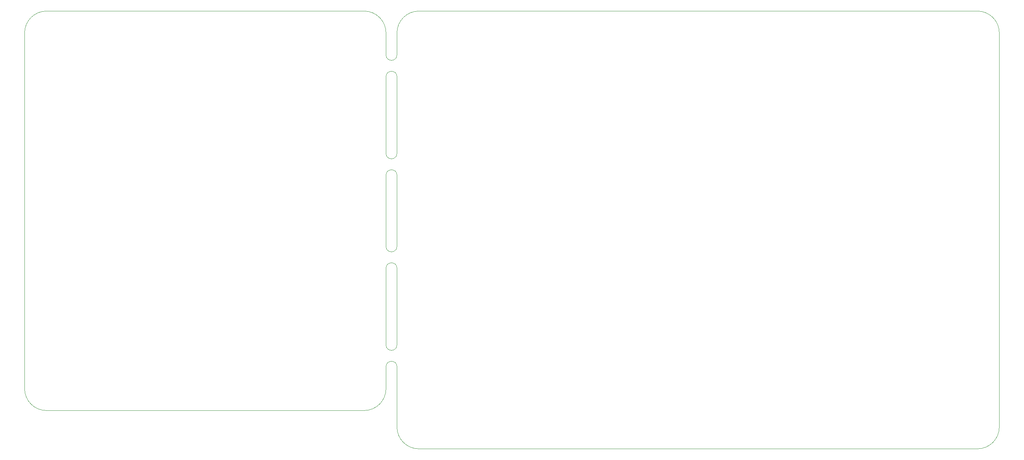
<source format=gm1>
G04 #@! TF.GenerationSoftware,KiCad,Pcbnew,6.0.6-3a73a75311~116~ubuntu22.04.1*
G04 #@! TF.CreationDate,2022-07-16T14:36:57-04:00*
G04 #@! TF.ProjectId,it_is_the_champion,69745f69-735f-4746-9865-5f6368616d70,0.1*
G04 #@! TF.SameCoordinates,Original*
G04 #@! TF.FileFunction,Profile,NP*
%FSLAX46Y46*%
G04 Gerber Fmt 4.6, Leading zero omitted, Abs format (unit mm)*
G04 Created by KiCad (PCBNEW 6.0.6-3a73a75311~116~ubuntu22.04.1) date 2022-07-16 14:36:57*
%MOMM*%
%LPD*%
G01*
G04 APERTURE LIST*
G04 #@! TA.AperFunction,Profile*
%ADD10C,0.100000*%
G04 #@! TD*
G04 APERTURE END LIST*
D10*
X256540000Y-146050000D02*
G75*
G03*
X261620000Y-140970000I0J5080000D01*
G01*
X35560000Y-132080000D02*
X35560000Y-49530000D01*
X40640000Y-44450000D02*
X114300000Y-44450000D01*
X114300000Y-137160000D02*
X40640000Y-137160000D01*
X35560000Y-132080000D02*
G75*
G03*
X40640000Y-137160000I5080000J0D01*
G01*
X40640000Y-44450000D02*
G75*
G03*
X35560000Y-49530000I0J-5080000D01*
G01*
X119380000Y-49530000D02*
G75*
G03*
X114300000Y-44450000I-5080000J0D01*
G01*
X114300000Y-137160000D02*
G75*
G03*
X119380000Y-132080000I0J5080000D01*
G01*
X119380000Y-132080000D02*
X119380000Y-127000000D01*
X121920000Y-140970000D02*
X121920000Y-127000000D01*
X119380000Y-121920000D02*
X119380000Y-104140000D01*
X121920000Y-121920000D02*
X121920000Y-104140000D01*
X119380000Y-82550000D02*
X119380000Y-99060000D01*
X121920000Y-99060000D02*
X121920000Y-82550000D01*
X119380000Y-77470000D02*
X119380000Y-59690000D01*
X121920000Y-59690000D02*
X121920000Y-77470000D01*
X119380000Y-54610000D02*
X119380000Y-49530000D01*
X121920000Y-54610000D02*
X121920000Y-49530000D01*
X121920000Y-59690000D02*
G75*
G03*
X119380000Y-59690000I-1270000J0D01*
G01*
X261620000Y-49530000D02*
X261620000Y-140970000D01*
X119380000Y-121920000D02*
G75*
G03*
X121920000Y-121920000I1270000J0D01*
G01*
X121920000Y-127000000D02*
G75*
G03*
X119380000Y-127000000I-1270000J0D01*
G01*
X119380000Y-99060000D02*
G75*
G03*
X121920000Y-99060000I1270000J0D01*
G01*
X121920000Y-49530000D02*
X121920000Y-49530000D01*
X127000000Y-44450000D02*
X256540000Y-44450000D01*
X121920000Y-140970000D02*
G75*
G03*
X127000000Y-146050000I5080000J0D01*
G01*
X127000000Y-44450000D02*
G75*
G03*
X121920000Y-49530000I0J-5080000D01*
G01*
X121920000Y-82550000D02*
G75*
G03*
X119380000Y-82550000I-1270000J0D01*
G01*
X119380000Y-54610000D02*
G75*
G03*
X121920000Y-54610000I1270000J0D01*
G01*
X119380000Y-77470000D02*
G75*
G03*
X121920000Y-77470000I1270000J0D01*
G01*
X121920000Y-104140000D02*
G75*
G03*
X119380000Y-104140000I-1270000J0D01*
G01*
X256540000Y-146050000D02*
X127000000Y-146050000D01*
X261620000Y-49530000D02*
G75*
G03*
X256540000Y-44450000I-5080000J0D01*
G01*
M02*

</source>
